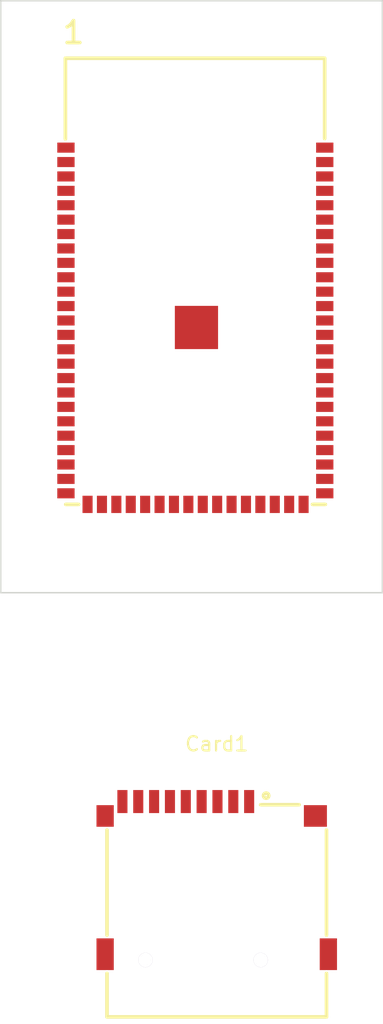
<source format=kicad_pcb>
(kicad_pcb (version 20221018) (generator pcbnew)
  (layers (0 "F.Cu" signal) (31 "B.Cu" signal) (34 "B.Paste" user) (35 "F.Paste" user) (36 "B.SilkS" user "B.Silkscreen") (37 "F.SilkS" user "F.Silkscreen") (38 "B.Mask" user) (39 "F.Mask" user) (44 "Edge.Cuts" user))
  (net 0 "")
  (footprint "lcsc:TF-SMD_XKTF-N02-G" (layer "F.Cu") (at 97.6 87)
    (fp_text reference "Card1" (at 0 -9.3) (layer "F.SilkS"))
    (fp_text value "XKTF-N02-G")
    (fp_line (start -7.62 -3.32) (end -7.62 3.97) (stroke (width 0.25)) (layer "F.SilkS"))
    (fp_line (start -7.62 6.63) (end -7.62 9.65) (stroke (width 0.25)) (layer "F.SilkS"))
    (fp_line (start -7.62 9.65) (end 7.62 9.65) (stroke (width 0.25)) (layer "F.SilkS"))
    (fp_line (start 3.05 -5.08) (end 5.72 -5.08) (stroke (width 0.25)) (layer "F.SilkS"))
    (fp_line (start 7.62 3.97) (end 7.62 -3.32) (stroke (width 0.25)) (layer "F.SilkS"))
    (fp_line (start 7.62 9.65) (end 7.62 6.63) (stroke (width 0.25)) (layer "F.SilkS"))
    (fp_circle (center 3.43 -5.71) (end 3.61 -5.71) (stroke (width 0.25)) (fill none) (layer "F.SilkS"))
    (pad "" thru_hole circle (at -4.95 5.7) (size 1 1) (drill 1) (layers "*.Cu" "*.Mask"))
    (pad "" thru_hole circle (at 3.05 5.7) (size 1 1) (drill 1) (layers "*.Cu" "*.Mask"))
    (pad "1" smd rect (at 2.25 -5.3) (size 0.7 1.6) (layers "F.Cu" "F.Paste" "F.Mask"))
    (pad "2" smd rect (at 1.15 -5.3) (size 0.7 1.6) (layers "F.Cu" "F.Paste" "F.Mask"))
    (pad "3" smd rect (at 0.05 -5.3) (size 0.7 1.6) (layers "F.Cu" "F.Paste" "F.Mask"))
    (pad "4" smd rect (at -1.05 -5.3) (size 0.7 1.6) (layers "F.Cu" "F.Paste" "F.Mask"))
    (pad "5" smd rect (at -2.15 -5.3) (size 0.7 1.6) (layers "F.Cu" "F.Paste" "F.Mask"))
    (pad "6" smd rect (at -3.25 -5.3) (size 0.7 1.6) (layers "F.Cu" "F.Paste" "F.Mask"))
    (pad "7" smd rect (at -4.35 -5.3) (size 0.7 1.6) (layers "F.Cu" "F.Paste" "F.Mask"))
    (pad "8" smd rect (at -5.45 -5.3) (size 0.7 1.6) (layers "F.Cu" "F.Paste" "F.Mask"))
    (pad "9" smd rect (at -6.55 -5.3) (size 0.7 1.6) (layers "F.Cu" "F.Paste" "F.Mask"))
    (pad "10" smd rect (at -7.75 -4.3) (size 1.2 1.5) (layers "F.Cu" "F.Paste" "F.Mask"))
    (pad "10" smd rect (at -7.75 5.3) (size 1.2 2.2) (layers "F.Cu" "F.Paste" "F.Mask"))
    (pad "10" smd rect (at 6.85 -4.3) (size 1.6 1.5) (layers "F.Cu" "F.Paste" "F.Mask"))
    (pad "10" smd rect (at 7.75 5.3) (size 1.2 2.2) (layers "F.Cu" "F.Paste" "F.Mask"))
  )
  (footprint "M1s:M1s" (layer "F.Cu") (at 96.114399 48.684)
    (fp_text reference "1" (at -9.353199 -19.482 unlocked) (layer "F.SilkS") (effects (font (size 1.524 1.524) (thickness 0.254)) (justify left bottom)))
    (fp_text value "0_M1s")
    (fp_line (start -9.022999 -18.589464) (end 8.976945 -18.589464) (stroke (width 0.254)) (layer "F.SilkS"))
    (fp_line (start -9.022999 -12.989516) (end -9.022999 -18.589464) (stroke (width 0.254)) (layer "F.SilkS"))
    (fp_line (start -8.997599 12.385084) (end -8.109681 12.385084) (stroke (width 0.254)) (layer "F.SilkS"))
    (fp_line (start 8.138483 12.385084) (end 9.026401 12.385084) (stroke (width 0.254)) (layer "F.SilkS"))
    (fp_line (start 8.976945 -13.014916) (end 8.976945 -18.589464) (stroke (width 0.254)) (layer "F.SilkS"))
    (pad "1" smd rect (at -8.9856 -12.384003 90) (size 0.7 1.2) (layers "F.Cu" "F.Paste" "F.Mask"))
    (pad "2" smd rect (at -8.9856 -11.384002 90) (size 0.7 1.2) (layers "F.Cu" "F.Paste" "F.Mask"))
    (pad "3" smd rect (at -8.9856 -10.384002 90) (size 0.7 1.2) (layers "F.Cu" "F.Paste" "F.Mask"))
    (pad "4" smd rect (at -8.9856 -9.384 90) (size 0.7 1.2) (layers "F.Cu" "F.Paste" "F.Mask"))
    (pad "5" smd rect (at -8.9856 -8.384 90) (size 0.7 1.2) (layers "F.Cu" "F.Paste" "F.Mask"))
    (pad "6" smd rect (at -8.9856 -7.384 90) (size 0.7 1.2) (layers "F.Cu" "F.Paste" "F.Mask"))
    (pad "7" smd rect (at -8.9856 -6.384 90) (size 0.7 1.2) (layers "F.Cu" "F.Paste" "F.Mask"))
    (pad "8" smd rect (at -8.9856 -5.384 90) (size 0.7 1.2) (layers "F.Cu" "F.Paste" "F.Mask"))
    (pad "9" smd rect (at -8.9856 -4.384 90) (size 0.7 1.2) (layers "F.Cu" "F.Paste" "F.Mask"))
    (pad "10" smd rect (at -8.9856 -3.384 90) (size 0.7 1.2) (layers "F.Cu" "F.Paste" "F.Mask"))
    (pad "11" smd rect (at -8.9856 -2.384 90) (size 0.7 1.2) (layers "F.Cu" "F.Paste" "F.Mask"))
    (pad "12" smd rect (at -8.9856 -1.384 90) (size 0.7 1.2) (layers "F.Cu" "F.Paste" "F.Mask"))
    (pad "13" smd rect (at -8.9856 -0.384 90) (size 0.7 1.2) (layers "F.Cu" "F.Paste" "F.Mask"))
    (pad "14" smd rect (at -8.9856 0.616 90) (size 0.7 1.2) (layers "F.Cu" "F.Paste" "F.Mask"))
    (pad "15" smd rect (at -8.9856 1.616 90) (size 0.7 1.2) (layers "F.Cu" "F.Paste" "F.Mask"))
    (pad "16" smd rect (at -8.9856 2.616 90) (size 0.7 1.2) (layers "F.Cu" "F.Paste" "F.Mask"))
    (pad "17" smd rect (at -8.9856 3.616 90) (size 0.7 1.2) (layers "F.Cu" "F.Paste" "F.Mask"))
    (pad "18" smd rect (at -8.9856 4.616 90) (size 0.7 1.2) (layers "F.Cu" "F.Paste" "F.Mask"))
    (pad "19" smd rect (at -8.9856 5.616 90) (size 0.7 1.2) (layers "F.Cu" "F.Paste" "F.Mask"))
    (pad "20" smd rect (at -8.9856 6.616 90) (size 0.7 1.2) (layers "F.Cu" "F.Paste" "F.Mask"))
    (pad "21" smd rect (at -8.9856 7.616003 90) (size 0.7 1.2) (layers "F.Cu" "F.Paste" "F.Mask"))
    (pad "22" smd rect (at -8.9856 8.616 90) (size 0.7 1.2) (layers "F.Cu" "F.Paste" "F.Mask"))
    (pad "23" smd rect (at -8.9856 9.616 90) (size 0.7 1.2) (layers "F.Cu" "F.Paste" "F.Mask"))
    (pad "24" smd rect (at -8.9856 10.616 90) (size 0.7 1.2) (layers "F.Cu" "F.Paste" "F.Mask"))
    (pad "25" smd rect (at -8.9856 11.616 90) (size 0.7 1.2) (layers "F.Cu" "F.Paste" "F.Mask"))
    (pad "26" smd rect (at -7.485598 12.384002 180) (size 0.7 1.2) (layers "F.Cu" "F.Paste" "F.Mask"))
    (pad "27" smd rect (at -6.485597 12.384002 180) (size 0.7 1.2) (layers "F.Cu" "F.Paste" "F.Mask"))
    (pad "28" smd rect (at -5.485599 12.384002 180) (size 0.7 1.2) (layers "F.Cu" "F.Paste" "F.Mask"))
    (pad "29" smd rect (at -4.485599 12.384002 180) (size 0.7 1.2) (layers "F.Cu" "F.Paste" "F.Mask"))
    (pad "30" smd rect (at -3.485601 12.384002 180) (size 0.7 1.2) (layers "F.Cu" "F.Paste" "F.Mask"))
    (pad "31" smd rect (at -2.4856 12.384002 180) (size 0.7 1.2) (layers "F.Cu" "F.Paste" "F.Mask"))
    (pad "32" smd rect (at -1.4856 12.384002 180) (size 0.7 1.2) (layers "F.Cu" "F.Paste" "F.Mask"))
    (pad "33" smd rect (at -0.485599 12.384002 180) (size 0.7 1.2) (layers "F.Cu" "F.Paste" "F.Mask"))
    (pad "34" smd rect (at 0.514401 12.384002 180) (size 0.7 1.2) (layers "F.Cu" "F.Paste" "F.Mask"))
    (pad "35" smd rect (at 1.514399 12.384002 180) (size 0.7 1.2) (layers "F.Cu" "F.Paste" "F.Mask"))
    (pad "36" smd rect (at 2.5144 12.384002 180) (size 0.7 1.2) (layers "F.Cu" "F.Paste" "F.Mask"))
    (pad "37" smd rect (at 3.514403 12.384002 180) (size 0.7 1.2) (layers "F.Cu" "F.Paste" "F.Mask"))
    (pad "38" smd rect (at 4.514401 12.384002 180) (size 0.7 1.2) (layers "F.Cu" "F.Paste" "F.Mask"))
    (pad "39" smd rect (at 5.514401 12.384002 180) (size 0.7 1.2) (layers "F.Cu" "F.Paste" "F.Mask"))
    (pad "40" smd rect (at 6.514399 12.384002 180) (size 0.7 1.2) (layers "F.Cu" "F.Paste" "F.Mask"))
    (pad "41" smd rect (at 7.5144 12.384002 180) (size 0.7 1.2) (layers "F.Cu" "F.Paste" "F.Mask"))
    (pad "42" smd rect (at 8.985601 11.616 90) (size 0.7 1.2) (layers "F.Cu" "F.Paste" "F.Mask"))
    (pad "43" smd rect (at 8.985601 10.616 90) (size 0.7 1.2) (layers "F.Cu" "F.Paste" "F.Mask"))
    (pad "44" smd rect (at 8.985601 9.616 90) (size 0.7 1.2) (layers "F.Cu" "F.Paste" "F.Mask"))
    (pad "45" smd rect (at 8.985601 8.616 90) (size 0.7 1.2) (layers "F.Cu" "F.Paste" "F.Mask"))
    (pad "46" smd rect (at 8.985601 7.616003 90) (size 0.7 1.2) (layers "F.Cu" "F.Paste" "F.Mask"))
    (pad "47" smd rect (at 8.985601 6.616 90) (size 0.7 1.2) (layers "F.Cu" "F.Paste" "F.Mask"))
    (pad "48" smd rect (at 8.985601 5.616 90) (size 0.7 1.2) (layers "F.Cu" "F.Paste" "F.Mask"))
    (pad "49" smd rect (at 8.985601 4.616 90) (size 0.7 1.2) (layers "F.Cu" "F.Paste" "F.Mask"))
    (pad "50" smd rect (at 8.985601 3.616 90) (size 0.7 1.2) (layers "F.Cu" "F.Paste" "F.Mask"))
    (pad "51" smd rect (at 8.985601 2.616 90) (size 0.7 1.2) (layers "F.Cu" "F.Paste" "F.Mask"))
    (pad "52" smd rect (at 8.985601 1.616 90) (size 0.7 1.2) (layers "F.Cu" "F.Paste" "F.Mask"))
    (pad "53" smd rect (at 8.985601 0.616 90) (size 0.7 1.2) (layers "F.Cu" "F.Paste" "F.Mask"))
    (pad "54" smd rect (at 8.985601 -0.384 90) (size 0.7 1.2) (layers "F.Cu" "F.Paste" "F.Mask"))
    (pad "55" smd rect (at 8.985601 -1.384 90) (size 0.7 1.2) (layers "F.Cu" "F.Paste" "F.Mask"))
    (pad "56" smd rect (at 8.985601 -2.384 90) (size 0.7 1.2) (layers "F.Cu" "F.Paste" "F.Mask"))
    (pad "57" smd rect (at 8.985601 -3.384 90) (size 0.7 1.2) (layers "F.Cu" "F.Paste" "F.Mask"))
    (pad "58" smd rect (at 8.985601 -4.384 90) (size 0.7 1.2) (layers "F.Cu" "F.Paste" "F.Mask"))
    (pad "59" smd rect (at 8.985601 -5.384 90) (size 0.7 1.2) (layers "F.Cu" "F.Paste" "F.Mask"))
    (pad "60" smd rect (at 8.985601 -6.384 90) (size 0.7 1.2) (layers "F.Cu" "F.Paste" "F.Mask"))
    (pad "61" smd rect (at 8.985601 -7.384 90) (size 0.7 1.2) (layers "F.Cu" "F.Paste" "F.Mask"))
    (pad "62" smd rect (at 8.985601 -8.384 90) (size 0.7 1.2) (layers "F.Cu" "F.Paste" "F.Mask"))
    (pad "63" smd rect (at 8.985601 -9.384 90) (size 0.7 1.2) (layers "F.Cu" "F.Paste" "F.Mask"))
    (pad "64" smd rect (at 8.985601 -10.384002 90) (size 0.7 1.2) (layers "F.Cu" "F.Paste" "F.Mask"))
    (pad "65" smd rect (at 8.985601 -11.384002 90) (size 0.7 1.2) (layers "F.Cu" "F.Paste" "F.Mask"))
    (pad "66" smd rect (at 8.985601 -12.384003 90) (size 0.7 1.2) (layers "F.Cu" "F.Paste" "F.Mask"))
    (pad "67" smd rect (at 0.0762 0.101601) (size 3 3) (layers "F.Cu" "F.Paste" "F.Mask"))
  )
  (gr_rect (start 82.6 26.1) (end 109.1 67.2) (stroke (width 0.1)) (fill none) (layer "Edge.Cuts"))
)
</source>
